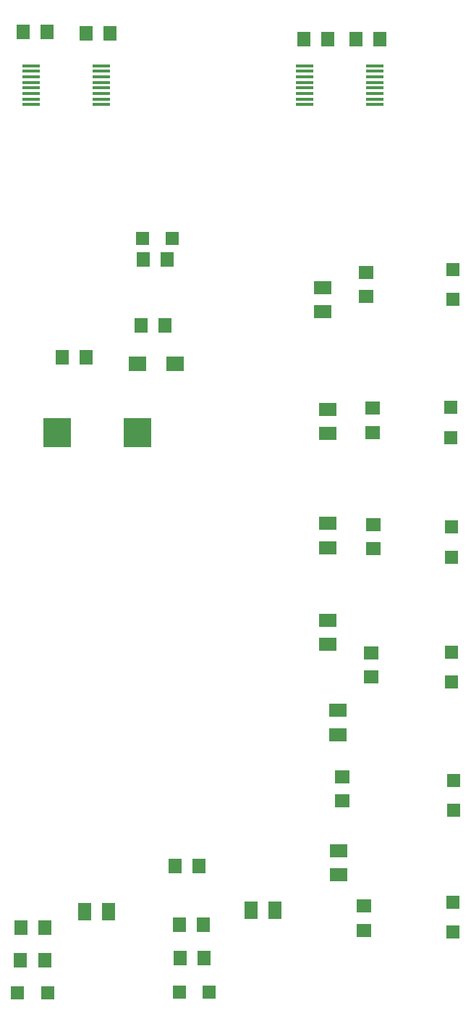
<source format=gtp>
G75*
%MOIN*%
%OFA0B0*%
%FSLAX25Y25*%
%IPPOS*%
%LPD*%
%AMOC8*
5,1,8,0,0,1.08239X$1,22.5*
%
%ADD10R,0.08200X0.07000*%
%ADD11R,0.06299X0.07087*%
%ADD12R,0.05906X0.05906*%
%ADD13R,0.06299X0.07098*%
%ADD14R,0.07098X0.06299*%
%ADD15R,0.07874X0.01811*%
%ADD16R,0.07874X0.06299*%
%ADD17R,0.06299X0.07874*%
%ADD18R,0.12795X0.13504*%
D10*
X0095200Y0301637D03*
X0112400Y0301637D03*
D11*
X0107812Y0319137D03*
X0096788Y0319137D03*
X0071312Y0304637D03*
X0060288Y0304637D03*
X0071288Y0453637D03*
X0082312Y0453637D03*
X0053312Y0454137D03*
X0042288Y0454137D03*
X0171780Y0451106D03*
X0182804Y0451106D03*
X0195788Y0451098D03*
X0206812Y0451098D03*
X0123312Y0070637D03*
X0112288Y0070637D03*
X0114288Y0043637D03*
X0125312Y0043637D03*
X0052312Y0042137D03*
X0041288Y0042137D03*
D12*
X0039910Y0012137D03*
X0053690Y0012137D03*
X0114410Y0012637D03*
X0128190Y0012637D03*
X0239800Y0155247D03*
X0239800Y0169027D03*
X0239800Y0212747D03*
X0239800Y0226527D03*
X0239300Y0267747D03*
X0239300Y0281527D03*
X0240300Y0331247D03*
X0240300Y0345027D03*
X0240800Y0110027D03*
X0240800Y0096247D03*
X0240300Y0054027D03*
X0240300Y0040247D03*
X0111190Y0359137D03*
X0097410Y0359137D03*
D13*
X0097702Y0349637D03*
X0108898Y0349637D03*
X0114702Y0028137D03*
X0125898Y0028137D03*
X0052398Y0027137D03*
X0041202Y0027137D03*
D14*
X0189300Y0100539D03*
X0189300Y0111735D03*
X0202800Y0157539D03*
X0202800Y0168735D03*
X0203800Y0216539D03*
X0203800Y0227735D03*
X0203300Y0270039D03*
X0203300Y0281235D03*
X0200300Y0332539D03*
X0200300Y0343735D03*
X0199300Y0052235D03*
X0199300Y0041039D03*
D15*
X0204371Y0420846D03*
X0204371Y0423405D03*
X0204371Y0425964D03*
X0204371Y0428523D03*
X0204371Y0431082D03*
X0204371Y0433641D03*
X0204371Y0436200D03*
X0204371Y0438759D03*
X0172245Y0438759D03*
X0172245Y0436200D03*
X0172245Y0433641D03*
X0172245Y0431082D03*
X0172245Y0428523D03*
X0172245Y0425964D03*
X0172245Y0423405D03*
X0172245Y0420846D03*
X0078387Y0420846D03*
X0078387Y0423405D03*
X0078387Y0425964D03*
X0078387Y0428523D03*
X0078387Y0431082D03*
X0078387Y0433641D03*
X0078387Y0436200D03*
X0078387Y0438759D03*
X0046261Y0438759D03*
X0046261Y0436200D03*
X0046261Y0433641D03*
X0046261Y0431082D03*
X0046261Y0428523D03*
X0046261Y0425964D03*
X0046261Y0423405D03*
X0046261Y0420846D03*
D16*
X0180300Y0336649D03*
X0180300Y0325625D03*
X0182800Y0280649D03*
X0182800Y0269625D03*
X0182800Y0228149D03*
X0182800Y0217125D03*
X0182800Y0183649D03*
X0182800Y0172625D03*
X0187300Y0142149D03*
X0187300Y0131125D03*
X0187800Y0077649D03*
X0187800Y0066625D03*
D17*
X0158312Y0050137D03*
X0147288Y0050137D03*
X0081812Y0049637D03*
X0070788Y0049637D03*
D18*
X0058190Y0269861D03*
X0095001Y0269861D03*
M02*

</source>
